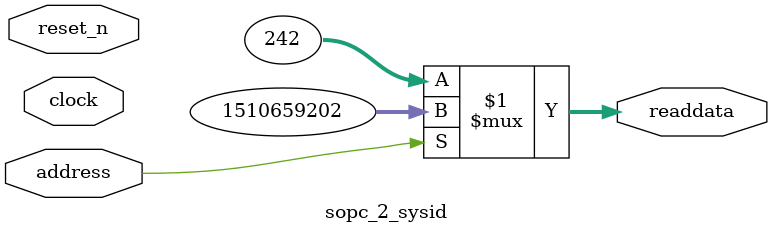
<source format=v>



// synthesis translate_off
`timescale 1ns / 1ps
// synthesis translate_on

// turn off superfluous verilog processor warnings 
// altera message_level Level1 
// altera message_off 10034 10035 10036 10037 10230 10240 10030 

module sopc_2_sysid (
               // inputs:
                address,
                clock,
                reset_n,

               // outputs:
                readdata
             )
;

  output  [ 31: 0] readdata;
  input            address;
  input            clock;
  input            reset_n;

  wire    [ 31: 0] readdata;
  //control_slave, which is an e_avalon_slave
  assign readdata = address ? 1510659202 : 242;

endmodule



</source>
